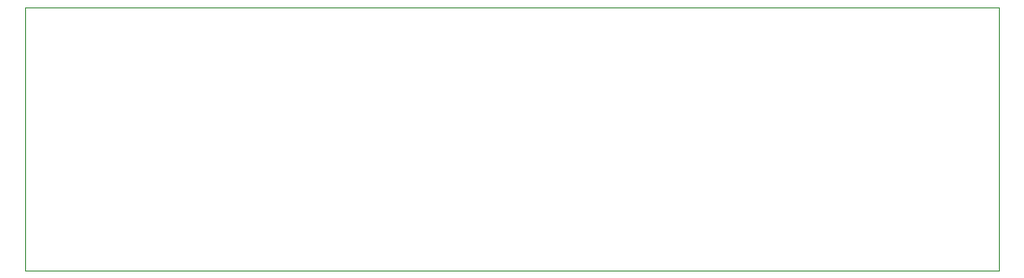
<source format=gm1>
%TF.GenerationSoftware,KiCad,Pcbnew,(5.1.12)-1*%
%TF.CreationDate,2022-12-13T06:14:48+01:00*%
%TF.ProjectId,MC34063_boost,4d433334-3036-4335-9f62-6f6f73742e6b,rev?*%
%TF.SameCoordinates,Original*%
%TF.FileFunction,Profile,NP*%
%FSLAX46Y46*%
G04 Gerber Fmt 4.6, Leading zero omitted, Abs format (unit mm)*
G04 Created by KiCad (PCBNEW (5.1.12)-1) date 2022-12-13 06:14:48*
%MOMM*%
%LPD*%
G01*
G04 APERTURE LIST*
%TA.AperFunction,Profile*%
%ADD10C,0.100000*%
%TD*%
G04 APERTURE END LIST*
D10*
X133600000Y-59000000D02*
X133600000Y-83000000D01*
X45000000Y-59000000D02*
X133600000Y-59000000D01*
X45000000Y-83000000D02*
X45000000Y-59000000D01*
X133600000Y-83000000D02*
X45000000Y-83000000D01*
M02*

</source>
